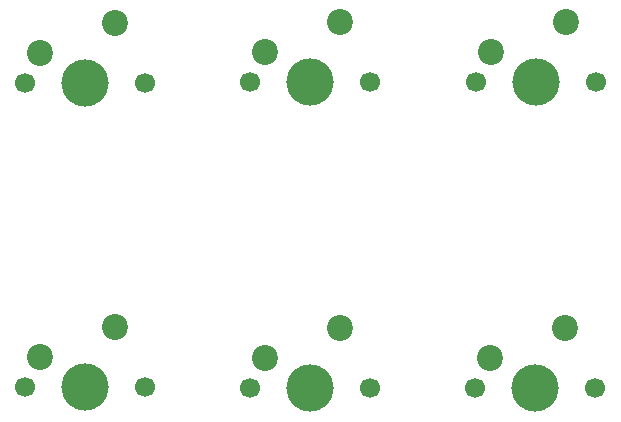
<source format=gbs>
%TF.GenerationSoftware,KiCad,Pcbnew,9.0.2*%
%TF.CreationDate,2025-06-30T21:14:53-05:00*%
%TF.ProjectId,starter,73746172-7465-4722-9e6b-696361645f70,rev?*%
%TF.SameCoordinates,Original*%
%TF.FileFunction,Soldermask,Bot*%
%TF.FilePolarity,Negative*%
%FSLAX46Y46*%
G04 Gerber Fmt 4.6, Leading zero omitted, Abs format (unit mm)*
G04 Created by KiCad (PCBNEW 9.0.2) date 2025-06-30 21:14:53*
%MOMM*%
%LPD*%
G01*
G04 APERTURE LIST*
%ADD10C,1.700000*%
%ADD11C,4.000000*%
%ADD12C,2.200000*%
G04 APERTURE END LIST*
D10*
%TO.C,salut1*%
X120020000Y-83100000D03*
D11*
X125100000Y-83100000D03*
D10*
X130180000Y-83100000D03*
D12*
X127640000Y-78020000D03*
X121290000Y-80560000D03*
%TD*%
D10*
%TO.C,100\u00251*%
X100990000Y-57230000D03*
D11*
X106070000Y-57230000D03*
D10*
X111150000Y-57230000D03*
D12*
X108610000Y-52150000D03*
X102260000Y-54690000D03*
%TD*%
D10*
%TO.C,fog1*%
X100940000Y-83030000D03*
D11*
X106020000Y-83030000D03*
D10*
X111100000Y-83030000D03*
D12*
X108560000Y-77950000D03*
X102210000Y-80490000D03*
%TD*%
D10*
%TO.C,sob1*%
X139150000Y-57200000D03*
D11*
X144230000Y-57200000D03*
D10*
X149310000Y-57200000D03*
D12*
X146770000Y-52120000D03*
X140420000Y-54660000D03*
%TD*%
D10*
%TO.C,spark1*%
X139020000Y-83100000D03*
D11*
X144100000Y-83100000D03*
D10*
X149180000Y-83100000D03*
D12*
X146640000Y-78020000D03*
X140290000Y-80560000D03*
%TD*%
D10*
%TO.C,pos1*%
X119990000Y-57200000D03*
D11*
X125070000Y-57200000D03*
D10*
X130150000Y-57200000D03*
D12*
X127610000Y-52120000D03*
X121260000Y-54660000D03*
%TD*%
M02*

</source>
